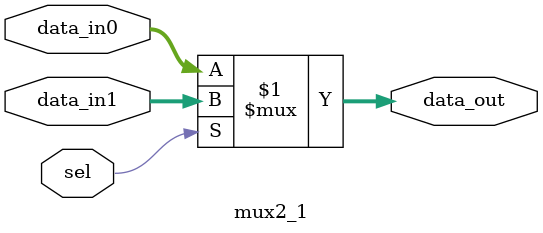
<source format=v>
module mux2_1 #(parameter N=16)(
  
    input [N - 1: 0] data_in0, data_in1,
    input sel,
    output [N - 1: 0] data_out
);

assign data_out = sel ? data_in1 : data_in0;

endmodule

</source>
